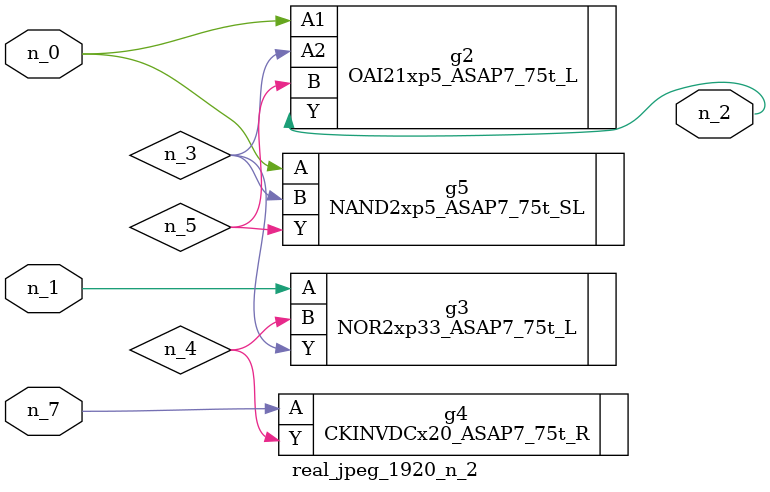
<source format=v>
module real_jpeg_1920_n_2 (n_1, n_0, n_7, n_2);

input n_1;
input n_0;
input n_7;

output n_2;

wire n_5;
wire n_4;
wire n_3;

OAI21xp5_ASAP7_75t_L g2 ( 
.A1(n_0),
.A2(n_3),
.B(n_5),
.Y(n_2)
);

NAND2xp5_ASAP7_75t_SL g5 ( 
.A(n_0),
.B(n_3),
.Y(n_5)
);

NOR2xp33_ASAP7_75t_L g3 ( 
.A(n_1),
.B(n_4),
.Y(n_3)
);

CKINVDCx20_ASAP7_75t_R g4 ( 
.A(n_7),
.Y(n_4)
);


endmodule
</source>
